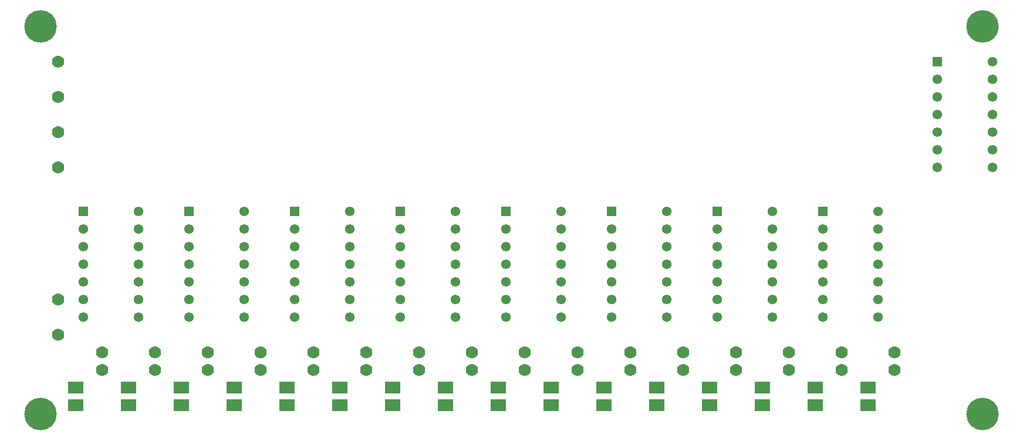
<source format=gbr>
G04 DesignSpark PCB Gerber Version 9.0 Build 5115 *
G04 #@! TF.Part,Single*
G04 #@! TF.FileFunction,Soldermask,Bot *
G04 #@! TF.FilePolarity,Negative *
%FSLAX35Y35*%
%MOIN*%
G04 #@! TA.AperFunction,ComponentPad*
%ADD21R,0.05449X0.05449*%
%ADD22C,0.05449*%
G04 #@! TA.AperFunction,WasherPad*
%ADD71C,0.07000*%
%ADD20C,0.18500*%
G04 #@! TA.AperFunction,ComponentPad*
%ADD23R,0.09000X0.07000*%
X0Y0D02*
D02*
D71*
X30250Y65250D03*
Y85250D03*
Y160250D03*
Y180250D03*
Y200250D03*
Y220250D03*
X55250Y45250D03*
Y55250D03*
X85250Y45250D03*
Y55250D03*
X115250Y45250D03*
Y55250D03*
X145250Y45250D03*
Y55250D03*
X175250Y45250D03*
Y55250D03*
X205250Y45250D03*
Y55250D03*
X235250Y45250D03*
Y55250D03*
X265250Y45250D03*
Y55250D03*
X295250Y45250D03*
Y55250D03*
X325250Y45250D03*
Y55250D03*
X355250Y45250D03*
Y55250D03*
X385250Y45250D03*
Y55250D03*
X415250Y45250D03*
Y55250D03*
X445250Y45250D03*
Y55250D03*
X475250Y45250D03*
Y55250D03*
X505250Y45250D03*
Y55250D03*
D02*
D20*
X20250Y20250D03*
Y240250D03*
X555250Y20250D03*
Y240250D03*
D02*
D21*
X44620Y135250D03*
X104620D03*
X164620D03*
X224620D03*
X284620D03*
X344620D03*
X404620D03*
X464620D03*
X529620Y220250D03*
D02*
D22*
X44620Y75250D03*
Y85250D03*
Y95250D03*
Y105250D03*
Y115250D03*
Y125250D03*
X75880Y75250D03*
Y85250D03*
Y95250D03*
Y105250D03*
Y115250D03*
Y125250D03*
Y135250D03*
X104620Y75250D03*
Y85250D03*
Y95250D03*
Y105250D03*
Y115250D03*
Y125250D03*
X135880Y75250D03*
Y85250D03*
Y95250D03*
Y105250D03*
Y115250D03*
Y125250D03*
Y135250D03*
X164620Y75250D03*
Y85250D03*
Y95250D03*
Y105250D03*
Y115250D03*
Y125250D03*
X195880Y75250D03*
Y85250D03*
Y95250D03*
Y105250D03*
Y115250D03*
Y125250D03*
Y135250D03*
X224620Y75250D03*
Y85250D03*
Y95250D03*
Y105250D03*
Y115250D03*
Y125250D03*
X255880Y75250D03*
Y85250D03*
Y95250D03*
Y105250D03*
Y115250D03*
Y125250D03*
Y135250D03*
X284620Y75250D03*
Y85250D03*
Y95250D03*
Y105250D03*
Y115250D03*
Y125250D03*
X315880Y75250D03*
Y85250D03*
Y95250D03*
Y105250D03*
Y115250D03*
Y125250D03*
Y135250D03*
X344620Y75250D03*
Y85250D03*
Y95250D03*
Y105250D03*
Y115250D03*
Y125250D03*
X375880Y75250D03*
Y85250D03*
Y95250D03*
Y105250D03*
Y115250D03*
Y125250D03*
Y135250D03*
X404620Y75250D03*
Y85250D03*
Y95250D03*
Y105250D03*
Y115250D03*
Y125250D03*
X435880Y75250D03*
Y85250D03*
Y95250D03*
Y105250D03*
Y115250D03*
Y125250D03*
Y135250D03*
X464620Y75250D03*
Y85250D03*
Y95250D03*
Y105250D03*
Y115250D03*
Y125250D03*
X495880Y75250D03*
Y85250D03*
Y95250D03*
Y105250D03*
Y115250D03*
Y125250D03*
Y135250D03*
X529620Y160250D03*
Y170250D03*
Y180250D03*
Y190250D03*
Y200250D03*
Y210250D03*
X560880Y160250D03*
Y170250D03*
Y180250D03*
Y190250D03*
Y200250D03*
Y210250D03*
Y220250D03*
D02*
D23*
X40250Y25250D03*
Y35250D03*
X70250Y25250D03*
Y35250D03*
X100250Y25250D03*
Y35250D03*
X130250Y25250D03*
Y35250D03*
X160250Y25250D03*
Y35250D03*
X190250Y25250D03*
Y35250D03*
X220250Y25250D03*
Y35250D03*
X250250Y25250D03*
Y35250D03*
X280250Y25250D03*
Y35250D03*
X310250Y25250D03*
Y35250D03*
X340250Y25250D03*
Y35250D03*
X370250Y25250D03*
Y35250D03*
X400250Y25250D03*
Y35250D03*
X430250Y25250D03*
Y35250D03*
X460250Y25250D03*
Y35250D03*
X490250Y25250D03*
Y35250D03*
X0Y0D02*
M02*

</source>
